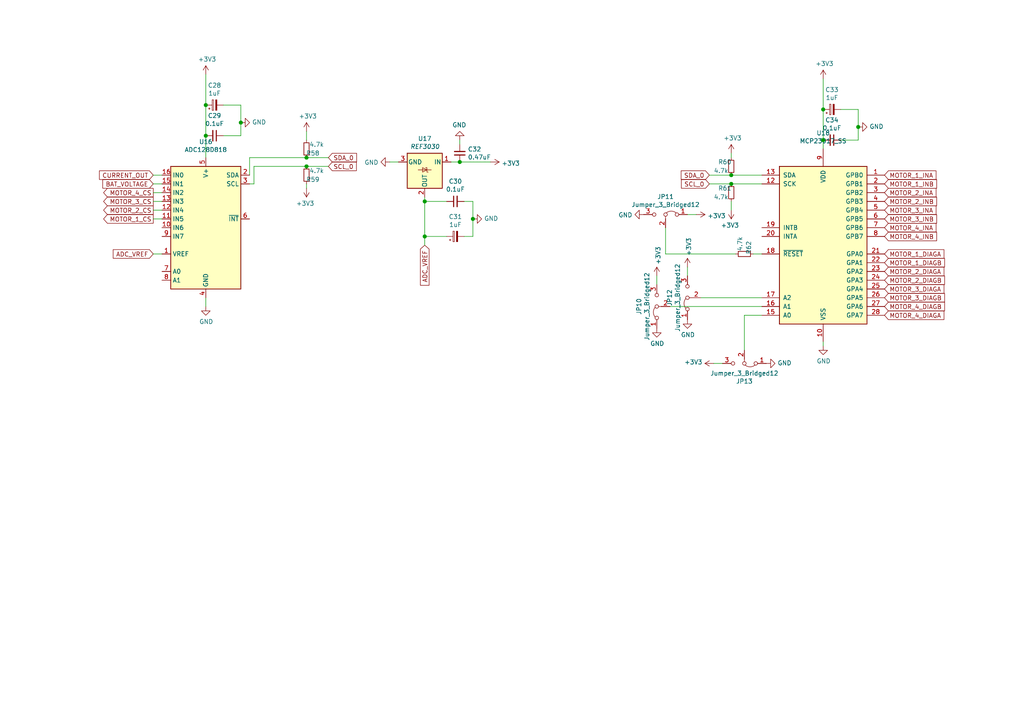
<source format=kicad_sch>
(kicad_sch (version 20201015) (generator eeschema)
  (page 1 6)
  (paper "A4")
  (lib_symbols
    (symbol "Analog_ADC:ADC128D818"
      (property "Reference" "U" (at -10.16 19.05 0))
      (property "Value" "ADC128D818" (at 1.27 19.05 0))
      (symbol "ADC128D818_0_1"
        (rectangle (start -10.16 17.78) (end 10.16 -17.78) (stroke (width 0.254)) (fill (type background)))
      )
      (symbol "ADC128D818_1_1"
        (pin input line (at -12.7 -7.62 0) (length 2.54) (name "VREF") (number "1"))
        (pin input line (at -12.7 0 0) (length 2.54) (name "IN6") (number "10"))
        (pin input line (at -12.7 2.54 0) (length 2.54) (name "IN5") (number "11"))
        (pin input line (at -12.7 5.08 0) (length 2.54) (name "IN4") (number "12"))
        (pin input line (at -12.7 7.62 0) (length 2.54) (name "IN3") (number "13"))
        (pin input line (at -12.7 10.16 0) (length 2.54) (name "IN2") (number "14"))
        (pin input line (at -12.7 12.7 0) (length 2.54) (name "IN1") (number "15"))
        (pin input line (at -12.7 15.24 0) (length 2.54) (name "IN0") (number "16"))
        (pin bidirectional line (at 12.7 15.24 180) (length 2.54) (name "SDA") (number "2"))
        (pin input line (at 12.7 12.7 180) (length 2.54) (name "SCL") (number "3"))
        (pin power_in line (at 0 -20.32 90) (length 2.54) (name "GND") (number "4"))
        (pin power_in line (at 0 20.32 270) (length 2.54) (name "V+") (number "5"))
        (pin output line (at 12.7 2.54 180) (length 2.54) (name "~INT") (number "6"))
        (pin input line (at -12.7 -12.7 0) (length 2.54) (name "A0") (number "7"))
        (pin input line (at -12.7 -15.24 0) (length 2.54) (name "A1") (number "8"))
        (pin input line (at -12.7 -2.54 0) (length 2.54) (name "IN7") (number "9"))
      )
    )
    (symbol "Device:CP_Small" (pin_numbers hide) (pin_names (offset 0.254) hide)
      (property "Reference" "C" (at 0.254 1.778 0))
      (property "Value" "CP_Small" (at 0.254 -2.032 0))
      (symbol "CP_Small_0_1"
        (rectangle (start -1.524 -0.3048) (end 1.524 -0.6858) (fill (type outline)))
        (rectangle (start -1.524 0.6858) (end 1.524 0.3048))
        (polyline (pts (xy -1.27 1.524) (xy -0.762 1.524)))
        (polyline (pts (xy -1.016 1.27) (xy -1.016 1.778)))
      )
      (symbol "CP_Small_1_1"
        (pin passive line (at 0 2.54 270) (length 1.8542) (name "~") (number "1"))
        (pin passive line (at 0 -2.54 90) (length 1.8542) (name "~") (number "2"))
      )
    )
    (symbol "Device:C_Small" (pin_numbers hide) (pin_names (offset 0.254) hide)
      (property "Reference" "C" (at 0.254 1.778 0))
      (property "Value" "C_Small" (at 0.254 -2.032 0))
      (symbol "C_Small_0_1"
        (polyline (pts (xy -1.524 -0.508) (xy 1.524 -0.508)) (stroke (width 0.3302)))
        (polyline (pts (xy -1.524 0.508) (xy 1.524 0.508)) (stroke (width 0.3048)))
      )
      (symbol "C_Small_1_1"
        (pin passive line (at 0 2.54 270) (length 2.032) (name "~") (number "1"))
        (pin passive line (at 0 -2.54 90) (length 2.032) (name "~") (number "2"))
      )
    )
    (symbol "Device:R_Small" (pin_numbers hide) (pin_names (offset 0.254) hide)
      (property "Reference" "R" (at 0.762 0.508 0))
      (property "Value" "R_Small" (at 0.762 -1.016 0))
      (symbol "R_Small_0_1"
        (rectangle (start -0.762 1.778) (end 0.762 -1.778) (stroke (width 0.2032)))
      )
      (symbol "R_Small_1_1"
        (pin passive line (at 0 2.54 270) (length 0.762) (name "~") (number "1"))
        (pin passive line (at 0 -2.54 90) (length 0.762) (name "~") (number "2"))
      )
    )
    (symbol "Interface_Expansion:MCP23017_SS" (pin_names (offset 1.016))
      (property "Reference" "U" (at -11.43 24.13 0))
      (property "Value" "MCP23017_SS" (at 0 0 0))
      (symbol "MCP23017_SS_0_1"
        (rectangle (start -12.7 22.86) (end 12.7 -22.86) (stroke (width 0.254)) (fill (type background)))
      )
      (symbol "MCP23017_SS_1_1"
        (pin bidirectional line (at 17.78 20.32 180) (length 5.08) (name "GPB0") (number "1"))
        (pin power_in line (at 0 -27.94 90) (length 5.08) (name "VSS") (number "10"))
        (pin unconnected line (at -12.7 15.24 0) (length 5.08) hide (name "NC") (number "11"))
        (pin input line (at -17.78 17.78 0) (length 5.08) (name "SCK") (number "12"))
        (pin bidirectional line (at -17.78 20.32 0) (length 5.08) (name "SDA") (number "13"))
        (pin unconnected line (at -12.7 12.7 0) (length 5.08) hide (name "NC") (number "14"))
        (pin input line (at -17.78 -20.32 0) (length 5.08) (name "A0") (number "15"))
        (pin input line (at -17.78 -17.78 0) (length 5.08) (name "A1") (number "16"))
        (pin input line (at -17.78 -15.24 0) (length 5.08) (name "A2") (number "17"))
        (pin input line (at -17.78 -2.54 0) (length 5.08) (name "~RESET~") (number "18"))
        (pin tri_state line (at -17.78 5.08 0) (length 5.08) (name "INTB") (number "19"))
        (pin bidirectional line (at 17.78 17.78 180) (length 5.08) (name "GPB1") (number "2"))
        (pin tri_state line (at -17.78 2.54 0) (length 5.08) (name "INTA") (number "20"))
        (pin bidirectional line (at 17.78 -2.54 180) (length 5.08) (name "GPA0") (number "21"))
        (pin bidirectional line (at 17.78 -5.08 180) (length 5.08) (name "GPA1") (number "22"))
        (pin bidirectional line (at 17.78 -7.62 180) (length 5.08) (name "GPA2") (number "23"))
        (pin bidirectional line (at 17.78 -10.16 180) (length 5.08) (name "GPA3") (number "24"))
        (pin bidirectional line (at 17.78 -12.7 180) (length 5.08) (name "GPA4") (number "25"))
        (pin bidirectional line (at 17.78 -15.24 180) (length 5.08) (name "GPA5") (number "26"))
        (pin bidirectional line (at 17.78 -17.78 180) (length 5.08) (name "GPA6") (number "27"))
        (pin bidirectional line (at 17.78 -20.32 180) (length 5.08) (name "GPA7") (number "28"))
        (pin bidirectional line (at 17.78 15.24 180) (length 5.08) (name "GPB2") (number "3"))
        (pin bidirectional line (at 17.78 12.7 180) (length 5.08) (name "GPB3") (number "4"))
        (pin bidirectional line (at 17.78 10.16 180) (length 5.08) (name "GPB4") (number "5"))
        (pin bidirectional line (at 17.78 7.62 180) (length 5.08) (name "GPB5") (number "6"))
        (pin bidirectional line (at 17.78 5.08 180) (length 5.08) (name "GPB6") (number "7"))
        (pin bidirectional line (at 17.78 2.54 180) (length 5.08) (name "GPB7") (number "8"))
        (pin power_in line (at 0 27.94 270) (length 5.08) (name "VDD") (number "9"))
      )
    )
    (symbol "Jumper:Jumper_3_Bridged12" (pin_names (offset 0) hide)
      (property "Reference" "JP" (at -2.54 -2.54 0))
      (property "Value" "Jumper_3_Bridged12" (at 0 2.794 0))
      (symbol "Jumper_3_Bridged12_0_1"
        (arc (start -3.048 0.508) (end -0.254 0.508) (radius (at -1.651 -1.27) (length 2.2606) (angles 128.2 51.8)))
        (polyline (pts (xy 0 -1.27) (xy 0 -0.508)))
      )
      (symbol "Jumper_3_Bridged12_0_0"
        (circle (center -3.302 0) (radius 0.508))
        (circle (center 0 0) (radius 0.508))
        (circle (center 3.302 0) (radius 0.508))
      )
      (symbol "Jumper_3_Bridged12_1_1"
        (pin passive line (at -6.35 0 0) (length 2.54) (name "A") (number "1"))
        (pin input line (at 0 -3.81 90) (length 2.54) (name "C") (number "2"))
        (pin passive line (at 6.35 0 180) (length 2.54) (name "B") (number "3"))
      )
    )
    (symbol "Reference_Voltage:REF3030" (pin_names (offset 0.254))
      (property "Reference" "U" (at 0 6.35 0))
      (property "Value" "REF3030" (at 2.54 -6.35 0))
      (symbol "REF3030_0_1"
        (rectangle (start -5.08 5.08) (end 5.08 -5.08) (stroke (width 0.254)) (fill (type background)))
        (polyline (pts (xy -0.254 1.905) (xy -0.254 -1.905)))
        (polyline (pts (xy -0.889 -0.635) (xy 0.381 -0.635) (xy -0.254 0.635) (xy -0.889 -0.635)))
        (polyline (pts (xy 0.381 1.016) (xy 0.381 0.635) (xy -0.889 0.635) (xy -0.889 0.254)))
      )
      (symbol "REF3030_1_1"
        (pin power_in line (at -2.54 7.62 270) (length 2.54) (name "IN") (number "1"))
        (pin power_out line (at 7.62 0 180) (length 2.54) (name "OUT") (number "2"))
        (pin power_in line (at -2.54 -7.62 90) (length 2.54) (name "GND") (number "3"))
      )
    )
    (symbol "power:+3.3V" (power) (pin_names (offset 0))
      (property "Value" "+3.3V" (at 0 3.556 0))
      (symbol "+3.3V_0_1"
        (polyline (pts (xy -0.762 1.27) (xy 0 2.54)))
        (polyline (pts (xy 0 0) (xy 0 2.54)))
        (polyline (pts (xy 0 2.54) (xy 0.762 1.27)))
      )
      (symbol "+3.3V_1_1"
        (pin power_in line (at 0 0 90) (length 0) hide (name "+3V3") (number "1"))
      )
    )
    (symbol "power:GND" (power) (pin_names (offset 0))
      (property "Value" "GND" (at 0 -3.81 0))
      (symbol "GND_0_1"
        (polyline (pts (xy 0 0) (xy 0 -1.27) (xy 1.27 -1.27) (xy 0 -2.54) (xy -1.27 -1.27) (xy 0 -1.27)))
      )
      (symbol "GND_1_1"
        (pin power_in line (at 0 0 270) (length 0) hide (name "GND") (number "1"))
      )
    )
  )
  (junction (at 59.69 30.48) (diameter 1.016))
  (junction (at 59.69 39.37) (diameter 1.016))
  (junction (at 69.85 35.56) (diameter 1.016))
  (junction (at 88.9 45.72) (diameter 1.016))
  (junction (at 88.9 48.26) (diameter 1.016))
  (junction (at 123.19 58.42) (diameter 1.016))
  (junction (at 123.19 68.58) (diameter 1.016))
  (junction (at 133.35 46.99) (diameter 1.016))
  (junction (at 137.16 63.5) (diameter 1.016))
  (junction (at 212.09 50.8) (diameter 1.016))
  (junction (at 212.09 53.34) (diameter 1.016))
  (junction (at 238.76 31.75) (diameter 1.016))
  (junction (at 238.76 40.64) (diameter 1.016))
  (junction (at 248.92 36.83) (diameter 1.016))
  (wire (pts (xy 44.45 50.8) (xy 46.99 50.8)))
  (wire (pts (xy 44.45 53.34) (xy 46.99 53.34)))
  (wire (pts (xy 44.45 55.88) (xy 46.99 55.88)))
  (wire (pts (xy 44.45 58.42) (xy 46.99 58.42)))
  (wire (pts (xy 44.45 60.96) (xy 46.99 60.96)))
  (wire (pts (xy 44.45 63.5) (xy 46.99 63.5)))
  (wire (pts (xy 44.45 73.66) (xy 46.99 73.66)))
  (wire (pts (xy 59.69 21.59) (xy 59.69 30.48)))
  (wire (pts (xy 59.69 30.48) (xy 59.69 39.37)))
  (wire (pts (xy 59.69 39.37) (xy 59.69 45.72)))
  (wire (pts (xy 59.69 88.9) (xy 59.69 86.36)))
  (wire (pts (xy 64.77 30.48) (xy 69.85 30.48)))
  (wire (pts (xy 64.77 39.37) (xy 69.85 39.37)))
  (wire (pts (xy 69.85 30.48) (xy 69.85 35.56)))
  (wire (pts (xy 69.85 39.37) (xy 69.85 35.56)))
  (wire (pts (xy 72.39 45.72) (xy 88.9 45.72)))
  (wire (pts (xy 72.39 50.8) (xy 72.39 45.72)))
  (wire (pts (xy 72.39 53.34) (xy 73.66 53.34)))
  (wire (pts (xy 73.66 48.26) (xy 88.9 48.26)))
  (wire (pts (xy 73.66 53.34) (xy 73.66 48.26)))
  (wire (pts (xy 88.9 38.1) (xy 88.9 40.64)))
  (wire (pts (xy 88.9 54.61) (xy 88.9 53.34)))
  (wire (pts (xy 95.25 45.72) (xy 88.9 45.72)))
  (wire (pts (xy 95.25 48.26) (xy 88.9 48.26)))
  (wire (pts (xy 113.03 46.99) (xy 115.57 46.99)))
  (wire (pts (xy 123.19 58.42) (xy 123.19 57.15)))
  (wire (pts (xy 123.19 68.58) (xy 123.19 58.42)))
  (wire (pts (xy 123.19 71.12) (xy 123.19 68.58)))
  (wire (pts (xy 129.54 58.42) (xy 123.19 58.42)))
  (wire (pts (xy 129.54 68.58) (xy 123.19 68.58)))
  (wire (pts (xy 130.81 46.99) (xy 133.35 46.99)))
  (wire (pts (xy 133.35 40.64) (xy 133.35 41.91)))
  (wire (pts (xy 133.35 46.99) (xy 142.24 46.99)))
  (wire (pts (xy 134.62 58.42) (xy 137.16 58.42)))
  (wire (pts (xy 134.62 68.58) (xy 137.16 68.58)))
  (wire (pts (xy 137.16 58.42) (xy 137.16 63.5)))
  (wire (pts (xy 137.16 68.58) (xy 137.16 63.5)))
  (wire (pts (xy 190.5 80.01) (xy 190.5 82.55)))
  (wire (pts (xy 193.04 66.04) (xy 193.04 73.66)))
  (wire (pts (xy 193.04 73.66) (xy 213.36 73.66)))
  (wire (pts (xy 194.31 88.9) (xy 220.98 88.9)))
  (wire (pts (xy 199.39 77.47) (xy 199.39 80.01)))
  (wire (pts (xy 201.93 62.23) (xy 199.39 62.23)))
  (wire (pts (xy 203.2 86.36) (xy 220.98 86.36)))
  (wire (pts (xy 205.74 50.8) (xy 212.09 50.8)))
  (wire (pts (xy 205.74 53.34) (xy 212.09 53.34)))
  (wire (pts (xy 207.01 105.41) (xy 209.55 105.41)))
  (wire (pts (xy 212.09 44.45) (xy 212.09 45.72)))
  (wire (pts (xy 212.09 50.8) (xy 220.98 50.8)))
  (wire (pts (xy 212.09 53.34) (xy 220.98 53.34)))
  (wire (pts (xy 212.09 60.96) (xy 212.09 58.42)))
  (wire (pts (xy 215.9 91.44) (xy 220.98 91.44)))
  (wire (pts (xy 215.9 101.6) (xy 215.9 91.44)))
  (wire (pts (xy 218.44 73.66) (xy 220.98 73.66)))
  (wire (pts (xy 238.76 22.86) (xy 238.76 31.75)))
  (wire (pts (xy 238.76 31.75) (xy 238.76 40.64)))
  (wire (pts (xy 238.76 40.64) (xy 238.76 43.18)))
  (wire (pts (xy 238.76 100.33) (xy 238.76 99.06)))
  (wire (pts (xy 243.84 31.75) (xy 248.92 31.75)))
  (wire (pts (xy 243.84 40.64) (xy 248.92 40.64)))
  (wire (pts (xy 248.92 31.75) (xy 248.92 36.83)))
  (wire (pts (xy 248.92 40.64) (xy 248.92 36.83)))
  (global_label "CURRENT_OUT" (shape input) (at 44.45 50.8 180))
  (global_label "BAT_VOLTAGE" (shape input) (at 44.45 53.34 180))
  (global_label "MOTOR_4_CS" (shape output) (at 44.45 55.88 180))
  (global_label "MOTOR_3_CS" (shape output) (at 44.45 58.42 180))
  (global_label "MOTOR_2_CS" (shape output) (at 44.45 60.96 180))
  (global_label "MOTOR_1_CS" (shape output) (at 44.45 63.5 180))
  (global_label "ADC_VREF" (shape input) (at 44.45 73.66 180))
  (global_label "SDA_0" (shape input) (at 95.25 45.72 0))
  (global_label "SCL_0" (shape input) (at 95.25 48.26 0))
  (global_label "ADC_VREF" (shape input) (at 123.19 71.12 270))
  (global_label "SDA_0" (shape input) (at 205.74 50.8 180))
  (global_label "SCL_0" (shape input) (at 205.74 53.34 180))
  (global_label "MOTOR_1_INA" (shape input) (at 256.54 50.8 0))
  (global_label "MOTOR_1_INB" (shape input) (at 256.54 53.34 0))
  (global_label "MOTOR_2_INA" (shape input) (at 256.54 55.88 0))
  (global_label "MOTOR_2_INB" (shape input) (at 256.54 58.42 0))
  (global_label "MOTOR_3_INA" (shape input) (at 256.54 60.96 0))
  (global_label "MOTOR_3_INB" (shape input) (at 256.54 63.5 0))
  (global_label "MOTOR_4_INA" (shape input) (at 256.54 66.04 0))
  (global_label "MOTOR_4_INB" (shape input) (at 256.54 68.58 0))
  (global_label "MOTOR_1_DIAGA" (shape input) (at 256.54 73.66 0))
  (global_label "MOTOR_1_DIAGB" (shape input) (at 256.54 76.2 0))
  (global_label "MOTOR_2_DIAGA" (shape input) (at 256.54 78.74 0))
  (global_label "MOTOR_2_DIAGB" (shape input) (at 256.54 81.28 0))
  (global_label "MOTOR_3_DIAGA" (shape input) (at 256.54 83.82 0))
  (global_label "MOTOR_3_DIAGB" (shape input) (at 256.54 86.36 0))
  (global_label "MOTOR_4_DIAGB" (shape input) (at 256.54 88.9 0))
  (global_label "MOTOR_4_DIAGA" (shape input) (at 256.54 91.44 0))
  (symbol (lib_id "power:+3.3V") (at 59.69 21.59 0) (unit 1)
    (property "Reference" "#PWR0232" (effects hide))
    (property "Value" "+3.3V" (at 60.071 17.1958 0))
  )
  (symbol (lib_id "power:+3.3V") (at 88.9 38.1 0)
    (property "Reference" "#PWR0233" (effects hide))
    (property "Value" "+3.3V" (at 89.281 33.7058 0))
  )
  (symbol (lib_id "power:+3.3V") (at 88.9 54.61 180)
    (property "Reference" "#PWR0234" (effects hide))
    (property "Value" "+3.3V" (at 88.519 59.0042 0))
  )
  (symbol (lib_id "power:+3.3V") (at 142.24 46.99 270) (unit 1)
    (property "Reference" "#PWR0236" (effects hide))
    (property "Value" "+3.3V" (at 145.4912 47.371 90) (effects (justify left)))
  )
  (symbol (lib_id "power:+3.3V") (at 190.5 80.01 0)
    (property "Reference" "#PWR0246" (effects hide))
    (property "Value" "+3.3V" (at 190.881 76.7588 90) (effects (justify left)))
  )
  (symbol (lib_id "power:+3.3V") (at 199.39 77.47 0)
    (property "Reference" "#PWR0245" (effects hide))
    (property "Value" "+3.3V" (at 199.771 74.2188 90) (effects (justify left)))
  )
  (symbol (lib_id "power:+3.3V") (at 201.93 62.23 270)
    (property "Reference" "#PWR0251" (effects hide))
    (property "Value" "+3.3V" (at 205.1812 62.611 90) (effects (justify left)))
  )
  (symbol (lib_id "power:+3.3V") (at 207.01 105.41 90)
    (property "Reference" "#PWR0247" (effects hide))
    (property "Value" "+3.3V" (at 203.7588 105.029 90) (effects (justify left)))
  )
  (symbol (lib_id "power:+3.3V") (at 212.09 44.45 0)
    (property "Reference" "#PWR0244" (effects hide))
    (property "Value" "+3.3V" (at 212.471 40.0558 0))
  )
  (symbol (lib_id "power:+3.3V") (at 212.09 60.96 180)
    (property "Reference" "#PWR0243" (effects hide))
    (property "Value" "+3.3V" (at 211.709 65.3542 0))
  )
  (symbol (lib_id "power:+3.3V") (at 238.76 22.86 0) (unit 1)
    (property "Reference" "#PWR0242" (effects hide))
    (property "Value" "+3.3V" (at 239.141 18.4658 0))
  )
  (symbol (lib_id "power:GND") (at 59.69 88.9 0) (unit 1)
    (property "Reference" "#PWR0239" (effects hide))
    (property "Value" "GND" (at 59.817 93.2942 0))
  )
  (symbol (lib_id "power:GND") (at 69.85 35.56 90) (unit 1)
    (property "Reference" "#PWR0231" (effects hide))
    (property "Value" "GND" (at 73.1012 35.433 90) (effects (justify right)))
  )
  (symbol (lib_id "power:GND") (at 113.03 46.99 270) (unit 1)
    (property "Reference" "#PWR0235" (effects hide))
    (property "Value" "GND" (at 109.7788 47.117 90) (effects (justify right)))
  )
  (symbol (lib_id "power:GND") (at 133.35 40.64 180) (unit 1)
    (property "Reference" "#PWR0237" (effects hide))
    (property "Value" "GND" (at 133.223 36.2458 0))
  )
  (symbol (lib_id "power:GND") (at 137.16 63.5 90) (unit 1)
    (property "Reference" "#PWR0238" (effects hide))
    (property "Value" "GND" (at 140.4112 63.373 90) (effects (justify right)))
  )
  (symbol (lib_id "power:GND") (at 186.69 62.23 270) (unit 1)
    (property "Reference" "#PWR0252" (effects hide))
    (property "Value" "GND" (at 183.4388 62.357 90) (effects (justify right)))
  )
  (symbol (lib_id "power:GND") (at 190.5 95.25 0) (unit 1)
    (property "Reference" "#PWR0248" (effects hide))
    (property "Value" "GND" (at 190.627 99.6442 0))
  )
  (symbol (lib_id "power:GND") (at 199.39 92.71 0) (unit 1)
    (property "Reference" "#PWR0249" (effects hide))
    (property "Value" "GND" (at 199.517 97.1042 0))
  )
  (symbol (lib_id "power:GND") (at 222.25 105.41 90) (unit 1)
    (property "Reference" "#PWR0250" (effects hide))
    (property "Value" "GND" (at 225.5012 105.283 90) (effects (justify right)))
  )
  (symbol (lib_id "power:GND") (at 238.76 100.33 0) (unit 1)
    (property "Reference" "#PWR0240" (effects hide))
    (property "Value" "GND" (at 238.887 104.7242 0))
  )
  (symbol (lib_id "power:GND") (at 248.92 36.83 90) (unit 1)
    (property "Reference" "#PWR0241" (effects hide))
    (property "Value" "GND" (at 252.1712 36.703 90) (effects (justify right)))
  )
  (symbol (lib_id "Device:R_Small") (at 88.9 43.18 180)
    (property "Reference" "R58" (at 92.71 44.45 0) (effects (justify left)))
    (property "Value" "4.7k" (at 93.98 41.91 0) (effects (justify left)))
    (property "Footprint" "Resistor_SMD:R_0603_1608Metric_Pad1.05x0.95mm_HandSolder" (effects hide))
    (property "DigiKey" "RR08P4.7KDCT-ND" (effects hide))
  )
  (symbol (lib_id "Device:R_Small") (at 88.9 50.8 180)
    (property "Reference" "R59" (at 92.71 52.07 0) (effects (justify left)))
    (property "Value" "4.7k" (at 93.98 49.53 0) (effects (justify left)))
    (property "Footprint" "Resistor_SMD:R_0603_1608Metric_Pad1.05x0.95mm_HandSolder" (effects hide))
    (property "DigiKey" "RR08P4.7KDCT-ND" (effects hide))
  )
  (symbol (lib_id "Device:R_Small") (at 212.09 48.26 0)
    (property "Reference" "R60" (at 208.28 46.99 0) (effects (justify left)))
    (property "Value" "4.7k" (at 207.01 49.53 0) (effects (justify left)))
    (property "Footprint" "Resistor_SMD:R_0603_1608Metric_Pad1.05x0.95mm_HandSolder" (effects hide))
    (property "DigiKey" "RR08P4.7KDCT-ND" (effects hide))
  )
  (symbol (lib_id "Device:R_Small") (at 212.09 55.88 0)
    (property "Reference" "R61" (at 208.28 54.61 0) (effects (justify left)))
    (property "Value" "4.7k" (at 207.01 57.15 0) (effects (justify left)))
    (property "Footprint" "Resistor_SMD:R_0603_1608Metric_Pad1.05x0.95mm_HandSolder" (effects hide))
    (property "DigiKey" "RR08P4.7KDCT-ND" (effects hide))
  )
  (symbol (lib_id "Device:R_Small") (at 215.9 73.66 270)
    (property "Reference" "R62" (at 217.17 69.85 0) (effects (justify left)))
    (property "Value" "4.7k" (at 214.63 68.58 0) (effects (justify left)))
    (property "Footprint" "Resistor_SMD:R_0603_1608Metric_Pad1.05x0.95mm_HandSolder" (effects hide))
    (property "DigiKey" "RR08P4.7KDCT-ND" (effects hide))
  )
  (symbol (lib_id "Device:CP_Small") (at 62.23 30.48 90)
    (property "Reference" "C28" (at 62.23 24.765 90))
    (property "Value" "1uF" (at 62.23 27.0764 90))
    (property "Footprint" "Capacitor_SMD:C_0603_1608Metric_Pad1.05x0.95mm_HandSolder" (effects hide))
    (property "DigiKey" "478-8657-1-ND" (effects hide))
  )
  (symbol (lib_id "Device:CP_Small") (at 132.08 68.58 90)
    (property "Reference" "C31" (at 132.08 62.865 90))
    (property "Value" "1uF" (at 132.08 65.1764 90))
    (property "Footprint" "Capacitor_SMD:C_0603_1608Metric_Pad1.05x0.95mm_HandSolder" (effects hide))
    (property "DigiKey" "478-8657-1-ND" (effects hide))
  )
  (symbol (lib_id "Device:CP_Small") (at 241.3 31.75 90)
    (property "Reference" "C33" (at 241.3 26.035 90))
    (property "Value" "1uF" (at 241.3 28.3464 90))
    (property "Footprint" "Capacitor_SMD:C_0603_1608Metric_Pad1.05x0.95mm_HandSolder" (effects hide))
    (property "DigiKey" "478-8657-1-ND" (effects hide))
  )
  (symbol (lib_id "Device:C_Small") (at 62.23 39.37 270)
    (property "Reference" "C29" (at 62.23 33.5534 90))
    (property "Value" "0.1uF" (at 62.23 35.8648 90))
    (property "Footprint" "Capacitor_SMD:C_0603_1608Metric_Pad1.05x0.95mm_HandSolder" (effects hide))
    (property "DigiKey" "399-1100-1-ND" (effects hide))
  )
  (symbol (lib_id "Device:C_Small") (at 132.08 58.42 90)
    (property "Reference" "C30" (at 132.08 52.6034 90))
    (property "Value" "0.1uF" (at 132.08 54.9148 90))
    (property "Footprint" "Capacitor_SMD:C_0603_1608Metric_Pad1.05x0.95mm_HandSolder" (effects hide))
    (property "DigiKey" "399-1100-1-ND" (effects hide))
  )
  (symbol (lib_id "Device:C_Small") (at 133.35 44.45 180)
    (property "Reference" "C32" (at 135.6868 43.2816 0) (effects (justify right)))
    (property "Value" "0.47uF" (at 135.6868 45.593 0) (effects (justify right)))
    (property "Footprint" "Capacitor_SMD:C_0603_1608Metric_Pad1.05x0.95mm_HandSolder" (effects hide))
    (property "DigiKey" "399-7934-1-ND" (effects hide))
  )
  (symbol (lib_id "Device:C_Small") (at 241.3 40.64 270)
    (property "Reference" "C34" (at 241.3 34.8234 90))
    (property "Value" "0.1uF" (at 241.3 37.1348 90))
    (property "Footprint" "Capacitor_SMD:C_0603_1608Metric_Pad1.05x0.95mm_HandSolder" (effects hide))
    (property "DigiKey" "399-1100-1-ND" (effects hide))
  )
  (symbol (lib_id "Jumper:Jumper_3_Bridged12") (at 190.5 88.9 90)
    (property "Reference" "JP10" (at 185.3184 88.9 0))
    (property "Value" "Jumper_3_Bridged12" (at 187.6298 88.9 0))
    (property "Footprint" "Jumper:SolderJumper-3_P1.3mm_Bridged12_RoundedPad1.0x1.5mm" (effects hide))
  )
  (symbol (lib_id "Jumper:Jumper_3_Bridged12") (at 193.04 62.23 0) (mirror y)
    (property "Reference" "JP11" (at 193.04 57.0484 0))
    (property "Value" "Jumper_3_Bridged12" (at 193.04 59.3598 0))
    (property "Footprint" "Jumper:SolderJumper-3_P1.3mm_Bridged12_RoundedPad1.0x1.5mm" (effects hide))
  )
  (symbol (lib_id "Jumper:Jumper_3_Bridged12") (at 199.39 86.36 90)
    (property "Reference" "JP12" (at 194.2084 86.36 0))
    (property "Value" "Jumper_3_Bridged12" (at 196.5198 86.36 0))
    (property "Footprint" "Jumper:SolderJumper-3_P1.3mm_Bridged12_RoundedPad1.0x1.5mm" (effects hide))
  )
  (symbol (lib_id "Jumper:Jumper_3_Bridged12") (at 215.9 105.41 180)
    (property "Reference" "JP13" (at 215.9 110.5916 0))
    (property "Value" "Jumper_3_Bridged12" (at 215.9 108.2802 0))
    (property "Footprint" "Jumper:SolderJumper-3_P1.3mm_Bridged12_RoundedPad1.0x1.5mm" (effects hide))
  )
  (symbol (lib_id "Reference_Voltage:REF3030") (at 123.19 49.53 270) (unit 1)
    (property "Reference" "U17" (at 123.19 40.2082 90))
    (property "Value" "REF3030" (at 123.19 42.5196 90) (effects (font italic)))
    (property "Footprint" "Package_TO_SOT_SMD:SOT-23" (effects hide))
    (property "Datasheet" "http://www.ti.com/lit/ds/symlink/ref3033.pdf" (effects hide))
    (property "DigiKey" "296-26323-1-ND" (effects hide))
  )
  (symbol (lib_id "Analog_ADC:ADC128D818") (at 59.69 66.04 0)
    (property "Reference" "U16" (at 59.69 41.1226 0))
    (property "Value" "ADC128D818" (at 59.69 43.434 0))
    (property "Footprint" "Package_SO:TSSOP-16_4.4x5mm_P0.65mm" (effects hide))
    (property "Datasheet" "http://www.ti.com/lit/ds/symlink/adc128d818.pdf" (effects hide))
    (property "DigiKey" "296-41182-1-ND" (effects hide))
  )
  (symbol (lib_id "Interface_Expansion:MCP23017_SS") (at 238.76 71.12 0) (unit 1)
    (property "Reference" "U18" (at 238.76 38.5826 0))
    (property "Value" "MCP23017_SS" (at 238.76 40.894 0))
    (property "Footprint" "Package_SO:SSOP-28_5.3x10.2mm_P0.65mm" (effects hide))
    (property "Datasheet" "http://ww1.microchip.com/downloads/en/DeviceDoc/20001952C.pdf" (effects hide))
    (property "DigiKey" " MCP23017T-E/SSCT-ND" (effects hide))
  )
)
</source>
